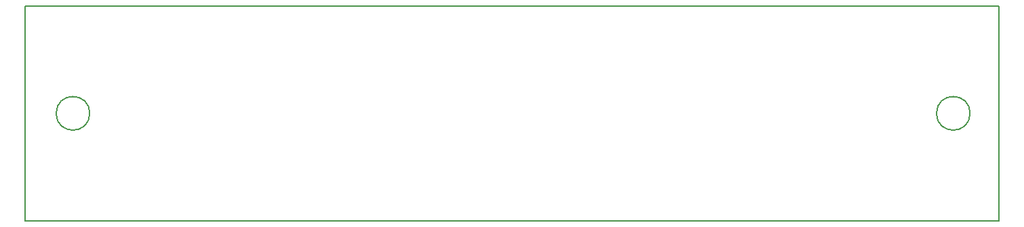
<source format=gbr>
%TF.GenerationSoftware,KiCad,Pcbnew,(6.0.5)*%
%TF.CreationDate,2023-08-09T01:27:26+09:00*%
%TF.ProjectId,TSAL,5453414c-2e6b-4696-9361-645f70636258,rev?*%
%TF.SameCoordinates,Original*%
%TF.FileFunction,Profile,NP*%
%FSLAX46Y46*%
G04 Gerber Fmt 4.6, Leading zero omitted, Abs format (unit mm)*
G04 Created by KiCad (PCBNEW (6.0.5)) date 2023-08-09 01:27:26*
%MOMM*%
%LPD*%
G01*
G04 APERTURE LIST*
%TA.AperFunction,Profile*%
%ADD10C,0.200000*%
%TD*%
G04 APERTURE END LIST*
D10*
X82934100Y-117602000D02*
X204605200Y-117602000D01*
X204605200Y-117602000D02*
X204605200Y-144454000D01*
X204605200Y-144454000D02*
X82934100Y-144454000D01*
X82934100Y-144454000D02*
X82934100Y-117602000D01*
X91000000Y-131028000D02*
G75*
G03*
X91000000Y-131028000I-2100000J0D01*
G01*
X200982000Y-131028000D02*
G75*
G03*
X200982000Y-131028000I-2100000J0D01*
G01*
M02*

</source>
